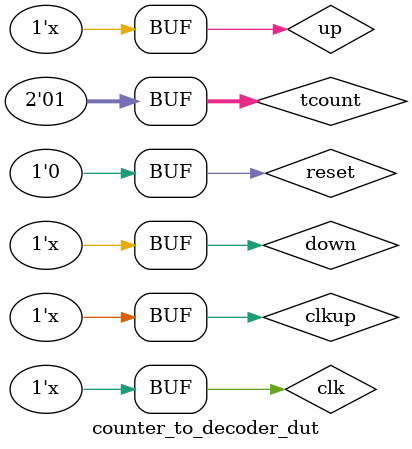
<source format=v>
module counter_to_decoder(clkup,up,down,reset,tcount,clk,pcount,wtime1,wtime2,full_flag,empty_flag);
  
  input clkup,up,down,reset,clk;
  input [1:0]tcount;
  output full_flag,empty_flag;
  output [6:0]pcount,wtime1,wtime2;
  
  wire [7:0]wtime;
  wire [3:0]count;
  
  counter counter1(clk,up,down,reset,count,full_flag,empty_flag);
  rom rom1(count,tcount,wtime);
  decoder_to_7seg decode1(count[3],count[2],count[1],count[0],pcount[6],pcount[5],pcount[4],pcount[3],pcount[2],pcount[1],pcount[0]);
  decoder_to_7seg decode2(wtime[3],wtime[2],wtime[1],wtime[0],wtime1[6],wtime1[5],wtime1[4],wtime1[3],wtime1[2],wtime1[1],wtime1[0]);
  decoder_to_7seg decode3(wtime[7],wtime[6],wtime[5],wtime[4],wtime2[6],wtime2[5],wtime2[4],wtime2[3],wtime2[2],wtime2[1],wtime2[0]);
  
endmodule

module counter_to_decoder_dut();
  
  reg clkup,up,down,clk,reset;
  reg  [1:0] tcount;
  
  wire [6:0] pcount; //output on sevensegment 1
  wire [6:0]wtime1;  //output on sevensegment 2
  wire [6:0]wtime2;  //output on sevensegment 3
  wire full_flag, empty_flag;
  
  initial
  begin
    clk = 0;
    tcount = 2'b01;//tailer equal 1
    clkup = 0;
    up= 1;
    down=0;
    reset=1; #100;//reset is on and delay 100
    reset=0;//reset is off
    tcount=2'b01;
  end
  
  always
  #50
  clkup = ~clkup;
  always
  #900
  up= ~up; //up =1 after 900 down=0
  always
  #900
  down= ~down; //down =0 after 900 down=1
  always
  #50
  clk = ~clk;
  
  counter_to_decoder top(clkup,up,down,reset,tcount,clk,pcount,wtime1,wtime2,full_flag,empty_flag);
  
endmodule
  
</source>
